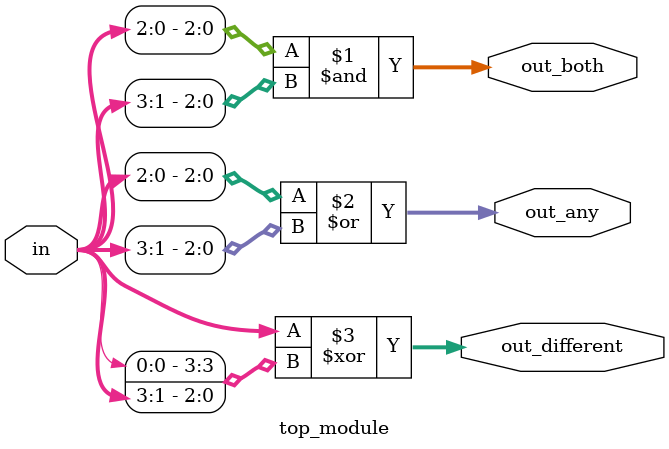
<source format=v>
module top_module (
	input [3:0] in,
	output [2:0] out_both,
	output [3:1] out_any,
	output [3:0] out_different
);

	assign out_both = in[2:0] & in[3:1];
	assign out_any = in[2:0] | in[3:1];
	assign out_different = in^{in[0], in[3:1]};
	
endmodule

</source>
